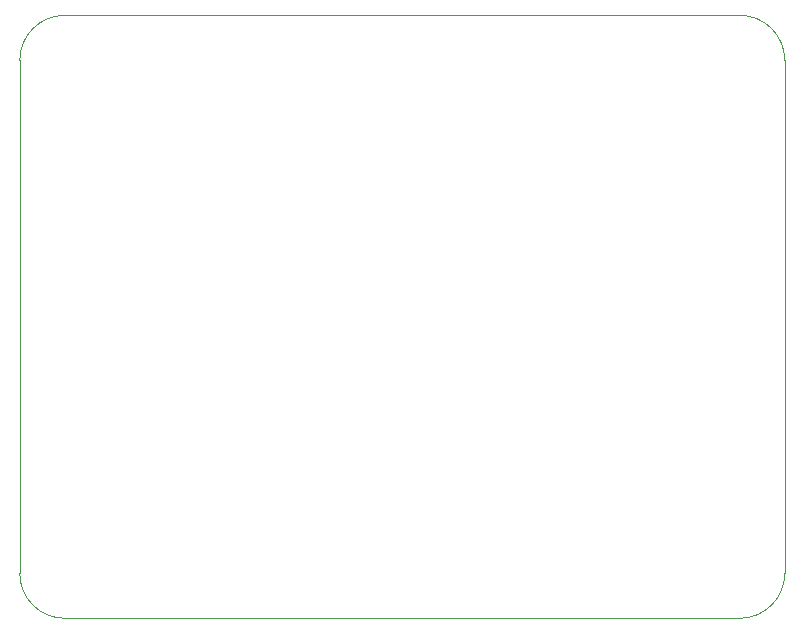
<source format=gbr>
%TF.GenerationSoftware,KiCad,Pcbnew,8.0.1*%
%TF.CreationDate,2024-04-26T21:38:42+06:30*%
%TF.ProjectId,Project,50726f6a-6563-4742-9e6b-696361645f70,1.0*%
%TF.SameCoordinates,PX60e4b00PY853a720*%
%TF.FileFunction,Profile,NP*%
%FSLAX46Y46*%
G04 Gerber Fmt 4.6, Leading zero omitted, Abs format (unit mm)*
G04 Created by KiCad (PCBNEW 8.0.1) date 2024-04-26 21:38:42*
%MOMM*%
%LPD*%
G01*
G04 APERTURE LIST*
%TA.AperFunction,Profile*%
%ADD10C,0.100000*%
%TD*%
G04 APERTURE END LIST*
D10*
X60960000Y51054000D02*
G75*
G02*
X64770000Y47244000I0J-3810000D01*
G01*
X0Y47244000D02*
G75*
G02*
X3810000Y51054000I3810000J0D01*
G01*
X64770000Y3810000D02*
G75*
G02*
X60960000Y0I-3810000J0D01*
G01*
X0Y47244000D02*
X0Y3810000D01*
X60960000Y51054000D02*
X3810000Y51054000D01*
X3810000Y0D02*
X60960000Y0D01*
X3810000Y0D02*
G75*
G02*
X0Y3810000I0J3810000D01*
G01*
X64770000Y3810000D02*
X64770000Y47244000D01*
M02*

</source>
